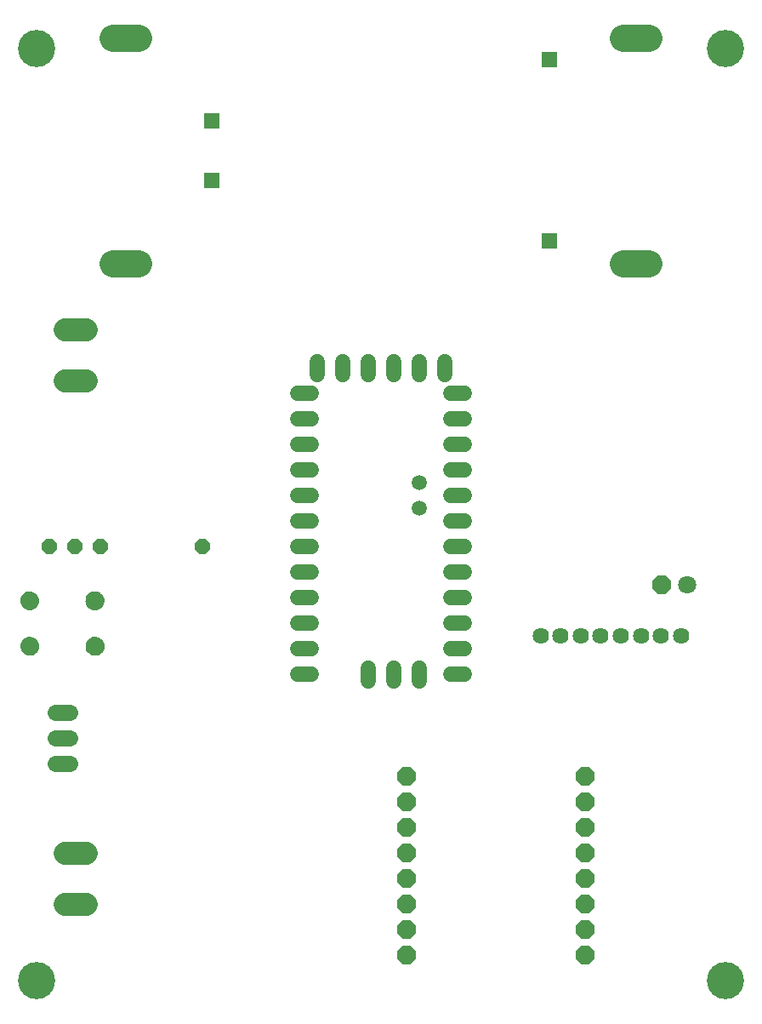
<source format=gbr>
G04 EAGLE Gerber RS-274X export*
G75*
%MOMM*%
%FSLAX34Y34*%
%LPD*%
%INSoldermask Bottom*%
%IPPOS*%
%AMOC8*
5,1,8,0,0,1.08239X$1,22.5*%
G01*
%ADD10C,3.703200*%
%ADD11P,1.951982X8X202.500000*%
%ADD12C,1.803400*%
%ADD13C,2.743200*%
%ADD14C,1.625600*%
%ADD15P,1.649562X8X22.500000*%
%ADD16P,1.649562X8X202.500000*%
%ADD17C,1.625600*%
%ADD18C,1.511200*%
%ADD19C,1.511200*%
%ADD20R,1.511200X1.511200*%
%ADD21P,2.034460X8X22.500000*%
%ADD22C,2.298700*%

G36*
X96074Y406913D02*
X96074Y406913D01*
X96095Y406911D01*
X97786Y407063D01*
X97832Y407076D01*
X97908Y407086D01*
X99537Y407565D01*
X99565Y407579D01*
X99586Y407583D01*
X99611Y407597D01*
X99652Y407612D01*
X101156Y408399D01*
X101195Y408428D01*
X101260Y408467D01*
X102582Y409533D01*
X102614Y409569D01*
X102671Y409620D01*
X103760Y410923D01*
X103783Y410964D01*
X103830Y411025D01*
X104643Y412516D01*
X104658Y412561D01*
X104692Y412630D01*
X105199Y414250D01*
X105205Y414298D01*
X105224Y414372D01*
X105405Y416055D01*
X105430Y416253D01*
X105427Y416304D01*
X105431Y416395D01*
X105258Y418104D01*
X105245Y418150D01*
X105233Y418226D01*
X104730Y419868D01*
X104708Y419911D01*
X104682Y419983D01*
X103868Y421496D01*
X103838Y421533D01*
X103798Y421599D01*
X102705Y422923D01*
X102668Y422955D01*
X102617Y423011D01*
X101286Y424097D01*
X101243Y424120D01*
X101182Y424166D01*
X99665Y424971D01*
X99619Y424986D01*
X99550Y425018D01*
X98697Y425274D01*
X97904Y425512D01*
X97857Y425518D01*
X97782Y425536D01*
X96195Y425688D01*
X96178Y425695D01*
X96084Y425736D01*
X96074Y425736D01*
X96066Y425740D01*
X95879Y425751D01*
X94200Y425598D01*
X94153Y425585D01*
X94078Y425575D01*
X92461Y425097D01*
X92418Y425076D01*
X92346Y425051D01*
X90854Y424267D01*
X90816Y424237D01*
X90750Y424199D01*
X89439Y423139D01*
X89408Y423103D01*
X89351Y423052D01*
X88272Y421757D01*
X88248Y421715D01*
X88202Y421654D01*
X87396Y420173D01*
X87381Y420128D01*
X87348Y420059D01*
X86847Y418450D01*
X86841Y418402D01*
X86822Y418328D01*
X86647Y416675D01*
X86600Y416419D01*
X86600Y416397D01*
X86593Y416237D01*
X86778Y414520D01*
X86791Y414473D01*
X86803Y414398D01*
X87319Y412749D01*
X87341Y412706D01*
X87367Y412635D01*
X88195Y411118D01*
X88225Y411080D01*
X88265Y411015D01*
X89373Y409689D01*
X89409Y409658D01*
X89461Y409602D01*
X90806Y408518D01*
X90848Y408495D01*
X90910Y408449D01*
X92441Y407648D01*
X92487Y407634D01*
X92556Y407602D01*
X94213Y407114D01*
X94261Y407109D01*
X94336Y407091D01*
X95804Y406959D01*
X95832Y406943D01*
X95871Y406937D01*
X95908Y406922D01*
X96004Y406917D01*
X96054Y406909D01*
X96074Y406913D01*
G37*
G36*
X31050Y406888D02*
X31050Y406888D01*
X31071Y406886D01*
X32762Y407038D01*
X32808Y407051D01*
X32884Y407061D01*
X34513Y407540D01*
X34541Y407554D01*
X34562Y407558D01*
X34587Y407572D01*
X34628Y407587D01*
X36132Y408374D01*
X36171Y408403D01*
X36236Y408442D01*
X37558Y409508D01*
X37590Y409544D01*
X37647Y409595D01*
X38736Y410898D01*
X38759Y410939D01*
X38806Y411000D01*
X39619Y412491D01*
X39634Y412536D01*
X39668Y412605D01*
X40175Y414225D01*
X40181Y414273D01*
X40200Y414347D01*
X40381Y416030D01*
X40406Y416228D01*
X40403Y416279D01*
X40407Y416370D01*
X40234Y418079D01*
X40221Y418125D01*
X40209Y418201D01*
X39706Y419843D01*
X39684Y419886D01*
X39658Y419958D01*
X38844Y421471D01*
X38814Y421508D01*
X38774Y421574D01*
X37681Y422898D01*
X37644Y422930D01*
X37593Y422986D01*
X36262Y424072D01*
X36219Y424095D01*
X36158Y424141D01*
X34641Y424946D01*
X34595Y424961D01*
X34526Y424993D01*
X33673Y425249D01*
X32880Y425487D01*
X32833Y425493D01*
X32758Y425511D01*
X31171Y425663D01*
X31154Y425670D01*
X31060Y425711D01*
X31050Y425711D01*
X31042Y425715D01*
X30855Y425726D01*
X29176Y425573D01*
X29129Y425560D01*
X29054Y425550D01*
X27437Y425072D01*
X27394Y425051D01*
X27322Y425026D01*
X25830Y424242D01*
X25792Y424212D01*
X25726Y424174D01*
X24415Y423114D01*
X24384Y423078D01*
X24327Y423027D01*
X23248Y421732D01*
X23224Y421690D01*
X23178Y421629D01*
X22372Y420148D01*
X22357Y420103D01*
X22324Y420034D01*
X21823Y418425D01*
X21817Y418377D01*
X21798Y418303D01*
X21623Y416650D01*
X21576Y416394D01*
X21576Y416372D01*
X21569Y416212D01*
X21754Y414495D01*
X21767Y414448D01*
X21779Y414373D01*
X22295Y412724D01*
X22317Y412681D01*
X22343Y412610D01*
X23171Y411093D01*
X23201Y411055D01*
X23241Y410990D01*
X24349Y409664D01*
X24385Y409633D01*
X24437Y409577D01*
X25782Y408493D01*
X25824Y408470D01*
X25886Y408424D01*
X27417Y407623D01*
X27463Y407609D01*
X27532Y407577D01*
X29189Y407089D01*
X29237Y407084D01*
X29312Y407066D01*
X30780Y406934D01*
X30808Y406918D01*
X30847Y406912D01*
X30884Y406897D01*
X30980Y406892D01*
X31030Y406884D01*
X31050Y406888D01*
G37*
G36*
X31050Y361650D02*
X31050Y361650D01*
X31071Y361648D01*
X32762Y361800D01*
X32808Y361813D01*
X32884Y361823D01*
X34513Y362302D01*
X34541Y362316D01*
X34562Y362320D01*
X34587Y362334D01*
X34628Y362349D01*
X36132Y363136D01*
X36171Y363165D01*
X36236Y363204D01*
X37558Y364270D01*
X37590Y364306D01*
X37647Y364357D01*
X38736Y365660D01*
X38759Y365701D01*
X38806Y365762D01*
X39619Y367253D01*
X39634Y367298D01*
X39668Y367367D01*
X40175Y368987D01*
X40181Y369035D01*
X40200Y369109D01*
X40381Y370792D01*
X40406Y370990D01*
X40403Y371041D01*
X40407Y371132D01*
X40234Y372841D01*
X40221Y372887D01*
X40209Y372963D01*
X39706Y374605D01*
X39684Y374648D01*
X39658Y374720D01*
X38844Y376233D01*
X38814Y376270D01*
X38774Y376336D01*
X37681Y377660D01*
X37644Y377692D01*
X37593Y377748D01*
X36262Y378834D01*
X36219Y378857D01*
X36158Y378903D01*
X34641Y379708D01*
X34595Y379723D01*
X34526Y379755D01*
X33673Y380011D01*
X32880Y380249D01*
X32833Y380255D01*
X32758Y380273D01*
X31171Y380425D01*
X31154Y380432D01*
X31060Y380473D01*
X31050Y380473D01*
X31042Y380477D01*
X30855Y380488D01*
X29176Y380335D01*
X29129Y380322D01*
X29054Y380312D01*
X27437Y379834D01*
X27394Y379813D01*
X27322Y379788D01*
X25830Y379004D01*
X25792Y378974D01*
X25726Y378936D01*
X24415Y377876D01*
X24384Y377840D01*
X24327Y377789D01*
X23248Y376494D01*
X23224Y376452D01*
X23178Y376391D01*
X22372Y374910D01*
X22357Y374865D01*
X22324Y374796D01*
X21823Y373187D01*
X21817Y373139D01*
X21798Y373065D01*
X21623Y371412D01*
X21576Y371156D01*
X21576Y371134D01*
X21569Y370974D01*
X21754Y369257D01*
X21767Y369210D01*
X21779Y369135D01*
X22295Y367486D01*
X22317Y367443D01*
X22343Y367372D01*
X23171Y365855D01*
X23201Y365817D01*
X23241Y365752D01*
X24349Y364426D01*
X24385Y364395D01*
X24437Y364339D01*
X25782Y363255D01*
X25824Y363232D01*
X25886Y363186D01*
X27417Y362385D01*
X27463Y362371D01*
X27532Y362339D01*
X29189Y361851D01*
X29237Y361846D01*
X29312Y361828D01*
X30780Y361696D01*
X30808Y361680D01*
X30847Y361674D01*
X30884Y361659D01*
X30980Y361654D01*
X31030Y361646D01*
X31050Y361650D01*
G37*
G36*
X96125Y361625D02*
X96125Y361625D01*
X96146Y361623D01*
X97837Y361775D01*
X97883Y361788D01*
X97959Y361798D01*
X99588Y362277D01*
X99616Y362291D01*
X99637Y362295D01*
X99662Y362309D01*
X99703Y362324D01*
X101207Y363111D01*
X101246Y363140D01*
X101311Y363179D01*
X102633Y364245D01*
X102665Y364281D01*
X102722Y364332D01*
X103811Y365635D01*
X103834Y365676D01*
X103881Y365737D01*
X104694Y367228D01*
X104709Y367273D01*
X104743Y367342D01*
X105250Y368962D01*
X105256Y369010D01*
X105275Y369084D01*
X105456Y370767D01*
X105481Y370965D01*
X105478Y371016D01*
X105482Y371107D01*
X105309Y372816D01*
X105296Y372862D01*
X105284Y372938D01*
X104781Y374580D01*
X104759Y374623D01*
X104733Y374695D01*
X103919Y376208D01*
X103889Y376245D01*
X103849Y376311D01*
X102756Y377635D01*
X102719Y377667D01*
X102668Y377723D01*
X101337Y378809D01*
X101294Y378832D01*
X101233Y378878D01*
X99716Y379683D01*
X99670Y379698D01*
X99601Y379730D01*
X98748Y379986D01*
X97955Y380224D01*
X97908Y380230D01*
X97833Y380248D01*
X96246Y380400D01*
X96229Y380407D01*
X96135Y380448D01*
X96125Y380448D01*
X96117Y380452D01*
X95930Y380463D01*
X94251Y380310D01*
X94204Y380297D01*
X94129Y380287D01*
X92512Y379809D01*
X92469Y379788D01*
X92397Y379763D01*
X90905Y378979D01*
X90867Y378949D01*
X90801Y378911D01*
X89490Y377851D01*
X89459Y377815D01*
X89402Y377764D01*
X88323Y376469D01*
X88299Y376427D01*
X88253Y376366D01*
X87447Y374885D01*
X87432Y374840D01*
X87399Y374771D01*
X86898Y373162D01*
X86892Y373114D01*
X86873Y373040D01*
X86698Y371387D01*
X86651Y371131D01*
X86651Y371109D01*
X86644Y370949D01*
X86829Y369232D01*
X86842Y369185D01*
X86854Y369110D01*
X87370Y367461D01*
X87392Y367418D01*
X87418Y367347D01*
X88246Y365830D01*
X88276Y365792D01*
X88316Y365727D01*
X89424Y364401D01*
X89460Y364370D01*
X89512Y364314D01*
X90857Y363230D01*
X90899Y363207D01*
X90961Y363161D01*
X92492Y362360D01*
X92538Y362346D01*
X92607Y362314D01*
X94264Y361826D01*
X94312Y361821D01*
X94387Y361803D01*
X95855Y361671D01*
X95883Y361655D01*
X95922Y361649D01*
X95959Y361634D01*
X96055Y361629D01*
X96105Y361621D01*
X96125Y361625D01*
G37*
D10*
X38100Y965200D03*
X723900Y965200D03*
X38100Y38100D03*
X723900Y38100D03*
D11*
X660400Y431800D03*
D12*
X685800Y431800D03*
D13*
X139700Y751078D02*
X114300Y751078D01*
X114300Y976122D02*
X139700Y976122D01*
X622300Y976122D02*
X647700Y976122D01*
X647700Y751078D02*
X622300Y751078D01*
D14*
X70612Y304800D02*
X56388Y304800D01*
X56388Y279400D02*
X70612Y279400D01*
X70612Y254000D02*
X56388Y254000D01*
D15*
X50800Y469900D03*
X76200Y469900D03*
D16*
X203200Y469900D03*
X101600Y469900D03*
D17*
X679600Y381000D03*
X659600Y381000D03*
X639600Y381000D03*
X619600Y381000D03*
X599600Y381000D03*
X579600Y381000D03*
X559600Y381000D03*
X539600Y381000D03*
D18*
X317500Y641160D02*
X317500Y654240D01*
X342900Y654240D02*
X342900Y641160D01*
X368300Y641160D02*
X368300Y654240D01*
X393700Y654240D02*
X393700Y641160D01*
X419100Y641160D02*
X419100Y654240D01*
X444500Y654240D02*
X444500Y641160D01*
X311340Y622300D02*
X298260Y622300D01*
X298260Y596900D02*
X311340Y596900D01*
X311340Y571500D02*
X298260Y571500D01*
X298260Y546100D02*
X311340Y546100D01*
X311340Y520700D02*
X298260Y520700D01*
X298260Y495300D02*
X311340Y495300D01*
X311340Y469900D02*
X298260Y469900D01*
X298260Y444500D02*
X311340Y444500D01*
X311340Y419100D02*
X298260Y419100D01*
X298260Y393700D02*
X311340Y393700D01*
X311340Y368300D02*
X298260Y368300D01*
X298260Y342900D02*
X311340Y342900D01*
X450660Y622300D02*
X463740Y622300D01*
X463740Y596900D02*
X450660Y596900D01*
X450660Y571500D02*
X463740Y571500D01*
X463740Y546100D02*
X450660Y546100D01*
X450660Y520700D02*
X463740Y520700D01*
X463740Y495300D02*
X450660Y495300D01*
X450660Y469900D02*
X463740Y469900D01*
X463740Y444500D02*
X450660Y444500D01*
X450660Y419100D02*
X463740Y419100D01*
X463740Y393700D02*
X450660Y393700D01*
X450660Y368300D02*
X463740Y368300D01*
X463740Y342900D02*
X450660Y342900D01*
X419100Y349440D02*
X419100Y336360D01*
X393700Y336360D02*
X393700Y349440D01*
X368300Y349440D02*
X368300Y336360D01*
D19*
X419100Y533400D03*
X419100Y508000D03*
D20*
X212500Y834300D03*
X212500Y893300D03*
X548500Y954300D03*
X548500Y774300D03*
D21*
X406400Y165100D03*
X406400Y139700D03*
X584200Y165100D03*
X584200Y139700D03*
X406400Y114300D03*
X406400Y190500D03*
X584200Y190500D03*
X584200Y114300D03*
X406400Y215900D03*
X584200Y215900D03*
X406400Y88900D03*
X584200Y88900D03*
X406400Y241300D03*
X584200Y241300D03*
X406400Y63500D03*
X584200Y63500D03*
D22*
X86678Y685800D02*
X65723Y685800D01*
X65723Y635000D02*
X86678Y635000D01*
X86678Y165100D02*
X65723Y165100D01*
X65723Y114300D02*
X86678Y114300D01*
M02*

</source>
